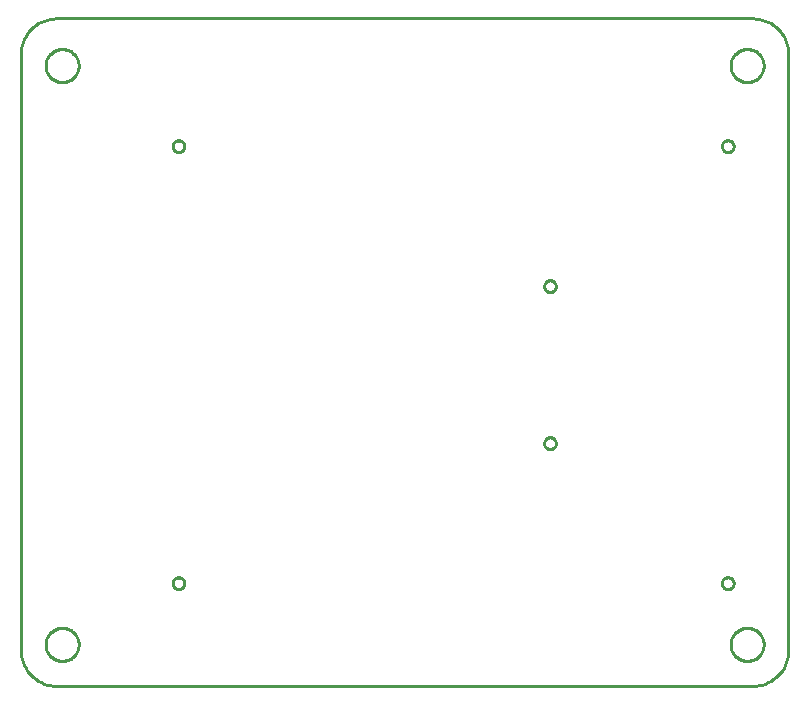
<source format=gbr>
G04 EAGLE Gerber RS-274X export*
G75*
%MOMM*%
%FSLAX34Y34*%
%LPD*%
%IN*%
%IPPOS*%
%AMOC8*
5,1,8,0,0,1.08239X$1,22.5*%
G01*
%ADD10C,0.254000*%


D10*
X0Y30000D02*
X114Y27385D01*
X456Y24791D01*
X1022Y22235D01*
X1809Y19739D01*
X2811Y17321D01*
X4019Y15000D01*
X5425Y12793D01*
X7019Y10716D01*
X8787Y8787D01*
X10716Y7019D01*
X12793Y5425D01*
X15000Y4019D01*
X17321Y2811D01*
X19739Y1809D01*
X22235Y1022D01*
X24791Y456D01*
X27385Y114D01*
X30000Y0D01*
X620000Y0D01*
X622615Y114D01*
X625209Y456D01*
X627765Y1022D01*
X630261Y1809D01*
X632679Y2811D01*
X635000Y4019D01*
X637207Y5425D01*
X639284Y7019D01*
X641213Y8787D01*
X642981Y10716D01*
X644575Y12793D01*
X645981Y15000D01*
X647189Y17321D01*
X648191Y19739D01*
X648978Y22235D01*
X649544Y24791D01*
X649886Y27385D01*
X650000Y30000D01*
X650000Y535000D01*
X649886Y537615D01*
X649544Y540209D01*
X648978Y542765D01*
X648191Y545261D01*
X647189Y547679D01*
X645981Y550000D01*
X644575Y552207D01*
X642981Y554284D01*
X641213Y556213D01*
X639284Y557981D01*
X637207Y559575D01*
X635000Y560981D01*
X632679Y562189D01*
X630261Y563191D01*
X627765Y563978D01*
X625209Y564544D01*
X622615Y564886D01*
X620000Y565000D01*
X30000Y565000D01*
X27385Y564886D01*
X24791Y564544D01*
X22235Y563978D01*
X19739Y563191D01*
X17321Y562189D01*
X15000Y560981D01*
X12793Y559575D01*
X10716Y557981D01*
X8787Y556213D01*
X7019Y554284D01*
X5425Y552207D01*
X4019Y550000D01*
X2811Y547679D01*
X1809Y545261D01*
X1022Y542765D01*
X456Y540209D01*
X114Y537615D01*
X0Y535000D01*
X0Y30000D01*
X49000Y34500D02*
X48929Y33503D01*
X48786Y32513D01*
X48574Y31536D01*
X48292Y30576D01*
X47943Y29639D01*
X47527Y28729D01*
X47048Y27852D01*
X46507Y27010D01*
X45908Y26210D01*
X45253Y25454D01*
X44546Y24747D01*
X43790Y24092D01*
X42990Y23493D01*
X42148Y22952D01*
X41271Y22473D01*
X40361Y22057D01*
X39424Y21708D01*
X38465Y21426D01*
X37487Y21214D01*
X36498Y21071D01*
X35500Y21000D01*
X34500Y21000D01*
X33503Y21071D01*
X32513Y21214D01*
X31536Y21426D01*
X30576Y21708D01*
X29639Y22057D01*
X28729Y22473D01*
X27852Y22952D01*
X27010Y23493D01*
X26210Y24092D01*
X25454Y24747D01*
X24747Y25454D01*
X24092Y26210D01*
X23493Y27010D01*
X22952Y27852D01*
X22473Y28729D01*
X22057Y29639D01*
X21708Y30576D01*
X21426Y31536D01*
X21214Y32513D01*
X21071Y33503D01*
X21000Y34500D01*
X21000Y35500D01*
X21071Y36498D01*
X21214Y37487D01*
X21426Y38465D01*
X21708Y39424D01*
X22057Y40361D01*
X22473Y41271D01*
X22952Y42148D01*
X23493Y42990D01*
X24092Y43790D01*
X24747Y44546D01*
X25454Y45253D01*
X26210Y45908D01*
X27010Y46507D01*
X27852Y47048D01*
X28729Y47527D01*
X29639Y47943D01*
X30576Y48292D01*
X31536Y48574D01*
X32513Y48786D01*
X33503Y48929D01*
X34500Y49000D01*
X35500Y49000D01*
X36498Y48929D01*
X37487Y48786D01*
X38465Y48574D01*
X39424Y48292D01*
X40361Y47943D01*
X41271Y47527D01*
X42148Y47048D01*
X42990Y46507D01*
X43790Y45908D01*
X44546Y45253D01*
X45253Y44546D01*
X45908Y43790D01*
X46507Y42990D01*
X47048Y42148D01*
X47527Y41271D01*
X47943Y40361D01*
X48292Y39424D01*
X48574Y38465D01*
X48786Y37487D01*
X48929Y36498D01*
X49000Y35500D01*
X49000Y34500D01*
X49000Y524500D02*
X48929Y523503D01*
X48786Y522513D01*
X48574Y521536D01*
X48292Y520576D01*
X47943Y519639D01*
X47527Y518729D01*
X47048Y517852D01*
X46507Y517010D01*
X45908Y516210D01*
X45253Y515454D01*
X44546Y514747D01*
X43790Y514092D01*
X42990Y513493D01*
X42148Y512952D01*
X41271Y512473D01*
X40361Y512057D01*
X39424Y511708D01*
X38465Y511426D01*
X37487Y511214D01*
X36498Y511071D01*
X35500Y511000D01*
X34500Y511000D01*
X33503Y511071D01*
X32513Y511214D01*
X31536Y511426D01*
X30576Y511708D01*
X29639Y512057D01*
X28729Y512473D01*
X27852Y512952D01*
X27010Y513493D01*
X26210Y514092D01*
X25454Y514747D01*
X24747Y515454D01*
X24092Y516210D01*
X23493Y517010D01*
X22952Y517852D01*
X22473Y518729D01*
X22057Y519639D01*
X21708Y520576D01*
X21426Y521536D01*
X21214Y522513D01*
X21071Y523503D01*
X21000Y524500D01*
X21000Y525500D01*
X21071Y526498D01*
X21214Y527487D01*
X21426Y528465D01*
X21708Y529424D01*
X22057Y530361D01*
X22473Y531271D01*
X22952Y532148D01*
X23493Y532990D01*
X24092Y533790D01*
X24747Y534546D01*
X25454Y535253D01*
X26210Y535908D01*
X27010Y536507D01*
X27852Y537048D01*
X28729Y537527D01*
X29639Y537943D01*
X30576Y538292D01*
X31536Y538574D01*
X32513Y538786D01*
X33503Y538929D01*
X34500Y539000D01*
X35500Y539000D01*
X36498Y538929D01*
X37487Y538786D01*
X38465Y538574D01*
X39424Y538292D01*
X40361Y537943D01*
X41271Y537527D01*
X42148Y537048D01*
X42990Y536507D01*
X43790Y535908D01*
X44546Y535253D01*
X45253Y534546D01*
X45908Y533790D01*
X46507Y532990D01*
X47048Y532148D01*
X47527Y531271D01*
X47943Y530361D01*
X48292Y529424D01*
X48574Y528465D01*
X48786Y527487D01*
X48929Y526498D01*
X49000Y525500D01*
X49000Y524500D01*
X629000Y524500D02*
X628929Y523503D01*
X628786Y522513D01*
X628574Y521536D01*
X628292Y520576D01*
X627943Y519639D01*
X627527Y518729D01*
X627048Y517852D01*
X626507Y517010D01*
X625908Y516210D01*
X625253Y515454D01*
X624546Y514747D01*
X623790Y514092D01*
X622990Y513493D01*
X622148Y512952D01*
X621271Y512473D01*
X620361Y512057D01*
X619424Y511708D01*
X618465Y511426D01*
X617487Y511214D01*
X616498Y511071D01*
X615500Y511000D01*
X614500Y511000D01*
X613503Y511071D01*
X612513Y511214D01*
X611536Y511426D01*
X610576Y511708D01*
X609639Y512057D01*
X608729Y512473D01*
X607852Y512952D01*
X607010Y513493D01*
X606210Y514092D01*
X605454Y514747D01*
X604747Y515454D01*
X604092Y516210D01*
X603493Y517010D01*
X602952Y517852D01*
X602473Y518729D01*
X602057Y519639D01*
X601708Y520576D01*
X601426Y521536D01*
X601214Y522513D01*
X601071Y523503D01*
X601000Y524500D01*
X601000Y525500D01*
X601071Y526498D01*
X601214Y527487D01*
X601426Y528465D01*
X601708Y529424D01*
X602057Y530361D01*
X602473Y531271D01*
X602952Y532148D01*
X603493Y532990D01*
X604092Y533790D01*
X604747Y534546D01*
X605454Y535253D01*
X606210Y535908D01*
X607010Y536507D01*
X607852Y537048D01*
X608729Y537527D01*
X609639Y537943D01*
X610576Y538292D01*
X611536Y538574D01*
X612513Y538786D01*
X613503Y538929D01*
X614500Y539000D01*
X615500Y539000D01*
X616498Y538929D01*
X617487Y538786D01*
X618465Y538574D01*
X619424Y538292D01*
X620361Y537943D01*
X621271Y537527D01*
X622148Y537048D01*
X622990Y536507D01*
X623790Y535908D01*
X624546Y535253D01*
X625253Y534546D01*
X625908Y533790D01*
X626507Y532990D01*
X627048Y532148D01*
X627527Y531271D01*
X627943Y530361D01*
X628292Y529424D01*
X628574Y528465D01*
X628786Y527487D01*
X628929Y526498D01*
X629000Y525500D01*
X629000Y524500D01*
X629000Y34500D02*
X628929Y33503D01*
X628786Y32513D01*
X628574Y31536D01*
X628292Y30576D01*
X627943Y29639D01*
X627527Y28729D01*
X627048Y27852D01*
X626507Y27010D01*
X625908Y26210D01*
X625253Y25454D01*
X624546Y24747D01*
X623790Y24092D01*
X622990Y23493D01*
X622148Y22952D01*
X621271Y22473D01*
X620361Y22057D01*
X619424Y21708D01*
X618465Y21426D01*
X617487Y21214D01*
X616498Y21071D01*
X615500Y21000D01*
X614500Y21000D01*
X613503Y21071D01*
X612513Y21214D01*
X611536Y21426D01*
X610576Y21708D01*
X609639Y22057D01*
X608729Y22473D01*
X607852Y22952D01*
X607010Y23493D01*
X606210Y24092D01*
X605454Y24747D01*
X604747Y25454D01*
X604092Y26210D01*
X603493Y27010D01*
X602952Y27852D01*
X602473Y28729D01*
X602057Y29639D01*
X601708Y30576D01*
X601426Y31536D01*
X601214Y32513D01*
X601071Y33503D01*
X601000Y34500D01*
X601000Y35500D01*
X601071Y36498D01*
X601214Y37487D01*
X601426Y38465D01*
X601708Y39424D01*
X602057Y40361D01*
X602473Y41271D01*
X602952Y42148D01*
X603493Y42990D01*
X604092Y43790D01*
X604747Y44546D01*
X605454Y45253D01*
X606210Y45908D01*
X607010Y46507D01*
X607852Y47048D01*
X608729Y47527D01*
X609639Y47943D01*
X610576Y48292D01*
X611536Y48574D01*
X612513Y48786D01*
X613503Y48929D01*
X614500Y49000D01*
X615500Y49000D01*
X616498Y48929D01*
X617487Y48786D01*
X618465Y48574D01*
X619424Y48292D01*
X620361Y47943D01*
X621271Y47527D01*
X622148Y47048D01*
X622990Y46507D01*
X623790Y45908D01*
X624546Y45253D01*
X625253Y44546D01*
X625908Y43790D01*
X626507Y42990D01*
X627048Y42148D01*
X627527Y41271D01*
X627943Y40361D01*
X628292Y39424D01*
X628574Y38465D01*
X628786Y37487D01*
X628929Y36498D01*
X629000Y35500D01*
X629000Y34500D01*
X448361Y210280D02*
X448919Y210217D01*
X449466Y210092D01*
X449996Y209907D01*
X450502Y209663D01*
X450978Y209364D01*
X451417Y209014D01*
X451814Y208617D01*
X452164Y208178D01*
X452463Y207702D01*
X452707Y207196D01*
X452892Y206666D01*
X453017Y206119D01*
X453080Y205561D01*
X453080Y204999D01*
X453017Y204441D01*
X452892Y203894D01*
X452707Y203364D01*
X452463Y202858D01*
X452164Y202382D01*
X451814Y201943D01*
X451417Y201546D01*
X450978Y201196D01*
X450502Y200897D01*
X449996Y200653D01*
X449466Y200468D01*
X448919Y200343D01*
X448361Y200280D01*
X447799Y200280D01*
X447241Y200343D01*
X446694Y200468D01*
X446164Y200653D01*
X445658Y200897D01*
X445182Y201196D01*
X444743Y201546D01*
X444346Y201943D01*
X443996Y202382D01*
X443697Y202858D01*
X443453Y203364D01*
X443268Y203894D01*
X443143Y204441D01*
X443080Y204999D01*
X443080Y205561D01*
X443143Y206119D01*
X443268Y206666D01*
X443453Y207196D01*
X443697Y207702D01*
X443996Y208178D01*
X444346Y208617D01*
X444743Y209014D01*
X445182Y209364D01*
X445658Y209663D01*
X446164Y209907D01*
X446694Y210092D01*
X447241Y210217D01*
X447799Y210280D01*
X448361Y210280D01*
X448361Y343280D02*
X448919Y343217D01*
X449466Y343092D01*
X449996Y342907D01*
X450502Y342663D01*
X450978Y342364D01*
X451417Y342014D01*
X451814Y341617D01*
X452164Y341178D01*
X452463Y340702D01*
X452707Y340196D01*
X452892Y339666D01*
X453017Y339119D01*
X453080Y338561D01*
X453080Y337999D01*
X453017Y337441D01*
X452892Y336894D01*
X452707Y336364D01*
X452463Y335858D01*
X452164Y335382D01*
X451814Y334943D01*
X451417Y334546D01*
X450978Y334196D01*
X450502Y333897D01*
X449996Y333653D01*
X449466Y333468D01*
X448919Y333343D01*
X448361Y333280D01*
X447799Y333280D01*
X447241Y333343D01*
X446694Y333468D01*
X446164Y333653D01*
X445658Y333897D01*
X445182Y334196D01*
X444743Y334546D01*
X444346Y334943D01*
X443996Y335382D01*
X443697Y335858D01*
X443453Y336364D01*
X443268Y336894D01*
X443143Y337441D01*
X443080Y337999D01*
X443080Y338561D01*
X443143Y339119D01*
X443268Y339666D01*
X443453Y340196D01*
X443697Y340702D01*
X443996Y341178D01*
X444346Y341617D01*
X444743Y342014D01*
X445182Y342364D01*
X445658Y342663D01*
X446164Y342907D01*
X446694Y343092D01*
X447241Y343217D01*
X447799Y343280D01*
X448361Y343280D01*
X133821Y461780D02*
X134379Y461717D01*
X134926Y461592D01*
X135456Y461407D01*
X135962Y461163D01*
X136438Y460864D01*
X136877Y460514D01*
X137274Y460117D01*
X137624Y459678D01*
X137923Y459202D01*
X138167Y458696D01*
X138352Y458166D01*
X138477Y457619D01*
X138540Y457061D01*
X138540Y456499D01*
X138477Y455941D01*
X138352Y455394D01*
X138167Y454864D01*
X137923Y454358D01*
X137624Y453882D01*
X137274Y453443D01*
X136877Y453046D01*
X136438Y452696D01*
X135962Y452397D01*
X135456Y452153D01*
X134926Y451968D01*
X134379Y451843D01*
X133821Y451780D01*
X133259Y451780D01*
X132701Y451843D01*
X132154Y451968D01*
X131624Y452153D01*
X131118Y452397D01*
X130642Y452696D01*
X130203Y453046D01*
X129806Y453443D01*
X129456Y453882D01*
X129157Y454358D01*
X128913Y454864D01*
X128728Y455394D01*
X128603Y455941D01*
X128540Y456499D01*
X128540Y457061D01*
X128603Y457619D01*
X128728Y458166D01*
X128913Y458696D01*
X129157Y459202D01*
X129456Y459678D01*
X129806Y460117D01*
X130203Y460514D01*
X130642Y460864D01*
X131118Y461163D01*
X131624Y461407D01*
X132154Y461592D01*
X132701Y461717D01*
X133259Y461780D01*
X133821Y461780D01*
X133821Y91780D02*
X134379Y91717D01*
X134926Y91592D01*
X135456Y91407D01*
X135962Y91163D01*
X136438Y90864D01*
X136877Y90514D01*
X137274Y90117D01*
X137624Y89678D01*
X137923Y89202D01*
X138167Y88696D01*
X138352Y88166D01*
X138477Y87619D01*
X138540Y87061D01*
X138540Y86499D01*
X138477Y85941D01*
X138352Y85394D01*
X138167Y84864D01*
X137923Y84358D01*
X137624Y83882D01*
X137274Y83443D01*
X136877Y83046D01*
X136438Y82696D01*
X135962Y82397D01*
X135456Y82153D01*
X134926Y81968D01*
X134379Y81843D01*
X133821Y81780D01*
X133259Y81780D01*
X132701Y81843D01*
X132154Y81968D01*
X131624Y82153D01*
X131118Y82397D01*
X130642Y82696D01*
X130203Y83046D01*
X129806Y83443D01*
X129456Y83882D01*
X129157Y84358D01*
X128913Y84864D01*
X128728Y85394D01*
X128603Y85941D01*
X128540Y86499D01*
X128540Y87061D01*
X128603Y87619D01*
X128728Y88166D01*
X128913Y88696D01*
X129157Y89202D01*
X129456Y89678D01*
X129806Y90117D01*
X130203Y90514D01*
X130642Y90864D01*
X131118Y91163D01*
X131624Y91407D01*
X132154Y91592D01*
X132701Y91717D01*
X133259Y91780D01*
X133821Y91780D01*
X598821Y91780D02*
X599379Y91717D01*
X599926Y91592D01*
X600456Y91407D01*
X600962Y91163D01*
X601438Y90864D01*
X601877Y90514D01*
X602274Y90117D01*
X602624Y89678D01*
X602923Y89202D01*
X603167Y88696D01*
X603352Y88166D01*
X603477Y87619D01*
X603540Y87061D01*
X603540Y86499D01*
X603477Y85941D01*
X603352Y85394D01*
X603167Y84864D01*
X602923Y84358D01*
X602624Y83882D01*
X602274Y83443D01*
X601877Y83046D01*
X601438Y82696D01*
X600962Y82397D01*
X600456Y82153D01*
X599926Y81968D01*
X599379Y81843D01*
X598821Y81780D01*
X598259Y81780D01*
X597701Y81843D01*
X597154Y81968D01*
X596624Y82153D01*
X596118Y82397D01*
X595642Y82696D01*
X595203Y83046D01*
X594806Y83443D01*
X594456Y83882D01*
X594157Y84358D01*
X593913Y84864D01*
X593728Y85394D01*
X593603Y85941D01*
X593540Y86499D01*
X593540Y87061D01*
X593603Y87619D01*
X593728Y88166D01*
X593913Y88696D01*
X594157Y89202D01*
X594456Y89678D01*
X594806Y90117D01*
X595203Y90514D01*
X595642Y90864D01*
X596118Y91163D01*
X596624Y91407D01*
X597154Y91592D01*
X597701Y91717D01*
X598259Y91780D01*
X598821Y91780D01*
X598821Y461780D02*
X599379Y461717D01*
X599926Y461592D01*
X600456Y461407D01*
X600962Y461163D01*
X601438Y460864D01*
X601877Y460514D01*
X602274Y460117D01*
X602624Y459678D01*
X602923Y459202D01*
X603167Y458696D01*
X603352Y458166D01*
X603477Y457619D01*
X603540Y457061D01*
X603540Y456499D01*
X603477Y455941D01*
X603352Y455394D01*
X603167Y454864D01*
X602923Y454358D01*
X602624Y453882D01*
X602274Y453443D01*
X601877Y453046D01*
X601438Y452696D01*
X600962Y452397D01*
X600456Y452153D01*
X599926Y451968D01*
X599379Y451843D01*
X598821Y451780D01*
X598259Y451780D01*
X597701Y451843D01*
X597154Y451968D01*
X596624Y452153D01*
X596118Y452397D01*
X595642Y452696D01*
X595203Y453046D01*
X594806Y453443D01*
X594456Y453882D01*
X594157Y454358D01*
X593913Y454864D01*
X593728Y455394D01*
X593603Y455941D01*
X593540Y456499D01*
X593540Y457061D01*
X593603Y457619D01*
X593728Y458166D01*
X593913Y458696D01*
X594157Y459202D01*
X594456Y459678D01*
X594806Y460117D01*
X595203Y460514D01*
X595642Y460864D01*
X596118Y461163D01*
X596624Y461407D01*
X597154Y461592D01*
X597701Y461717D01*
X598259Y461780D01*
X598821Y461780D01*
M02*

</source>
